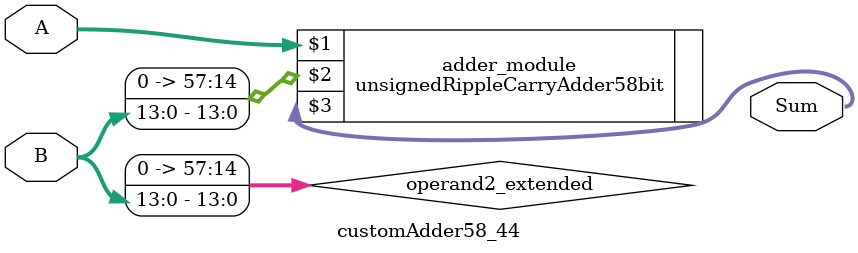
<source format=v>
module customAdder58_44(
                        input [57 : 0] A,
                        input [13 : 0] B,
                        
                        output [58 : 0] Sum
                );

        wire [57 : 0] operand2_extended;
        
        assign operand2_extended =  {44'b0, B};
        
        unsignedRippleCarryAdder58bit adder_module(
            A,
            operand2_extended,
            Sum
        );
        
        endmodule
        
</source>
